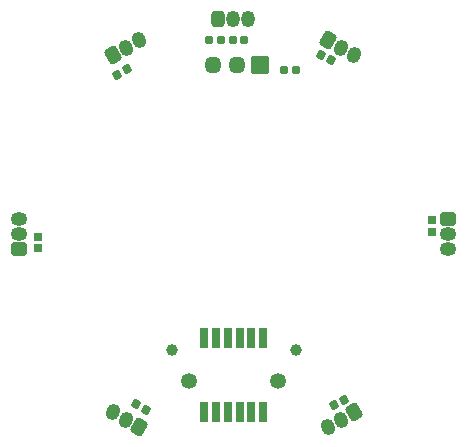
<source format=gts>
%TF.GenerationSoftware,KiCad,Pcbnew,(6.0.5)*%
%TF.CreationDate,2022-06-17T15:31:11-04:00*%
%TF.ProjectId,Hall_ring,48616c6c-5f72-4696-9e67-2e6b69636164,0*%
%TF.SameCoordinates,Original*%
%TF.FileFunction,Soldermask,Top*%
%TF.FilePolarity,Negative*%
%FSLAX46Y46*%
G04 Gerber Fmt 4.6, Leading zero omitted, Abs format (unit mm)*
G04 Created by KiCad (PCBNEW (6.0.5)) date 2022-06-17 15:31:11*
%MOMM*%
%LPD*%
G01*
G04 APERTURE LIST*
G04 Aperture macros list*
%AMRoundRect*
0 Rectangle with rounded corners*
0 $1 Rounding radius*
0 $2 $3 $4 $5 $6 $7 $8 $9 X,Y pos of 4 corners*
0 Add a 4 corners polygon primitive as box body*
4,1,4,$2,$3,$4,$5,$6,$7,$8,$9,$2,$3,0*
0 Add four circle primitives for the rounded corners*
1,1,$1+$1,$2,$3*
1,1,$1+$1,$4,$5*
1,1,$1+$1,$6,$7*
1,1,$1+$1,$8,$9*
0 Add four rect primitives between the rounded corners*
20,1,$1+$1,$2,$3,$4,$5,0*
20,1,$1+$1,$4,$5,$6,$7,0*
20,1,$1+$1,$6,$7,$8,$9,0*
20,1,$1+$1,$8,$9,$2,$3,0*%
%AMHorizOval*
0 Thick line with rounded ends*
0 $1 width*
0 $2 $3 position (X,Y) of the first rounded end (center of the circle)*
0 $4 $5 position (X,Y) of the second rounded end (center of the circle)*
0 Add line between two ends*
20,1,$1,$2,$3,$4,$5,0*
0 Add two circle primitives to create the rounded ends*
1,1,$1,$2,$3*
1,1,$1,$4,$5*%
G04 Aperture macros list end*
%ADD10RoundRect,0.197500X-0.213989X-0.075639X0.041489X-0.223139X0.213989X0.075639X-0.041489X0.223139X0*%
%ADD11RoundRect,0.197500X-0.172500X0.147500X-0.172500X-0.147500X0.172500X-0.147500X0.172500X0.147500X0*%
%ADD12RoundRect,0.197500X0.041489X0.223139X-0.213989X0.075639X-0.041489X-0.223139X0.213989X-0.075639X0*%
%ADD13RoundRect,0.197500X-0.041489X-0.223139X0.213989X-0.075639X0.041489X0.223139X-0.213989X0.075639X0*%
%ADD14RoundRect,0.197500X-0.147500X-0.172500X0.147500X-0.172500X0.147500X0.172500X-0.147500X0.172500X0*%
%ADD15RoundRect,0.197500X0.172500X-0.147500X0.172500X0.147500X-0.172500X0.147500X-0.172500X-0.147500X0*%
%ADD16RoundRect,0.050000X-0.675000X0.675000X-0.675000X-0.675000X0.675000X-0.675000X0.675000X0.675000X0*%
%ADD17O,1.450000X1.450000*%
%ADD18RoundRect,0.197500X0.147500X0.172500X-0.147500X0.172500X-0.147500X-0.172500X0.147500X-0.172500X0*%
%ADD19RoundRect,0.299900X-0.275100X-0.400100X0.275100X-0.400100X0.275100X0.400100X-0.275100X0.400100X0*%
%ADD20O,1.150000X1.400000*%
%ADD21RoundRect,0.197500X0.213989X0.075639X-0.041489X0.223139X-0.213989X-0.075639X0.041489X-0.223139X0*%
%ADD22C,0.990000*%
%ADD23RoundRect,0.050000X0.300000X0.800000X-0.300000X0.800000X-0.300000X-0.800000X0.300000X-0.800000X0*%
%ADD24C,1.348000*%
%ADD25RoundRect,0.299900X0.438294X0.208947X-0.038194X0.484047X-0.438294X-0.208947X0.038194X-0.484047X0*%
%ADD26HorizOval,1.150000X0.062500X0.108253X-0.062500X-0.108253X0*%
%ADD27RoundRect,0.299900X-0.400100X0.275100X-0.400100X-0.275100X0.400100X-0.275100X0.400100X0.275100X0*%
%ADD28O,1.400000X1.150000*%
%ADD29RoundRect,0.299900X0.400100X-0.275100X0.400100X0.275100X-0.400100X0.275100X-0.400100X-0.275100X0*%
%ADD30RoundRect,0.299900X-0.438294X-0.208947X0.038194X-0.484047X0.438294X0.208947X-0.038194X0.484047X0*%
%ADD31HorizOval,1.150000X-0.062500X-0.108253X0.062500X0.108253X0*%
%ADD32RoundRect,0.299900X-0.038194X-0.484047X0.438294X-0.208947X0.038194X0.484047X-0.438294X0.208947X0*%
%ADD33HorizOval,1.150000X-0.062500X0.108253X0.062500X-0.108253X0*%
%ADD34RoundRect,0.299900X0.038194X0.484047X-0.438294X0.208947X-0.038194X-0.484047X0.438294X-0.208947X0*%
G04 APERTURE END LIST*
D10*
%TO.C,C5*%
X134379978Y-114397500D03*
X135220022Y-114882500D03*
%TD*%
D11*
%TO.C,C4*%
X143800000Y-128405000D03*
X143800000Y-129375000D03*
%TD*%
D12*
%TO.C,C3*%
X136320022Y-143597500D03*
X135479978Y-144082500D03*
%TD*%
D13*
%TO.C,C7*%
X117079978Y-116082500D03*
X117920022Y-115597500D03*
%TD*%
D14*
%TO.C,C6*%
X124915000Y-113190000D03*
X125885000Y-113190000D03*
%TD*%
D15*
%TO.C,C1*%
X110400000Y-130790000D03*
X110400000Y-129820000D03*
%TD*%
D16*
%TO.C,D1*%
X129250000Y-115290000D03*
D17*
X127250000Y-115290000D03*
X125250000Y-115290000D03*
%TD*%
D18*
%TO.C,R1*%
X132235000Y-115690000D03*
X131265000Y-115690000D03*
%TD*%
D19*
%TO.C,U6*%
X125704600Y-111340000D03*
D20*
X126974600Y-111340000D03*
X128244600Y-111340000D03*
%TD*%
D21*
%TO.C,C2*%
X119550000Y-144440000D03*
X118709956Y-143955000D03*
%TD*%
D18*
%TO.C,R2*%
X127885000Y-113190000D03*
X126915000Y-113190000D03*
%TD*%
D22*
%TO.C,J1*%
X132250000Y-139390000D03*
X121750000Y-139390000D03*
D23*
X129500000Y-138415000D03*
X129500000Y-144665000D03*
X128500000Y-138415000D03*
X128500000Y-144665000D03*
X127500000Y-138415000D03*
X127500000Y-144665000D03*
X126500000Y-138415000D03*
X126500000Y-144665000D03*
X125500000Y-138415000D03*
X125500000Y-144665000D03*
X124500000Y-138415000D03*
X124500000Y-144665000D03*
D24*
X130750000Y-142040000D03*
X123250000Y-142040000D03*
%TD*%
D25*
%TO.C,U2*%
X118999852Y-145925000D03*
D26*
X117900000Y-145290000D03*
X116800147Y-144655000D03*
%TD*%
D27*
%TO.C,U4*%
X145150000Y-128320000D03*
D28*
X145150000Y-129590000D03*
X145150000Y-130860000D03*
%TD*%
D29*
%TO.C,U1*%
X108850000Y-130810000D03*
D28*
X108850000Y-129540000D03*
X108850000Y-128270000D03*
%TD*%
D30*
%TO.C,U5*%
X135000148Y-113155000D03*
D31*
X136100000Y-113790000D03*
X137199853Y-114425000D03*
%TD*%
D32*
%TO.C,U7*%
X116800148Y-114425000D03*
D33*
X117900000Y-113790000D03*
X118999853Y-113155000D03*
%TD*%
D34*
%TO.C,U3*%
X137149852Y-144655000D03*
D33*
X136050000Y-145290000D03*
X134950147Y-145925000D03*
%TD*%
M02*

</source>
